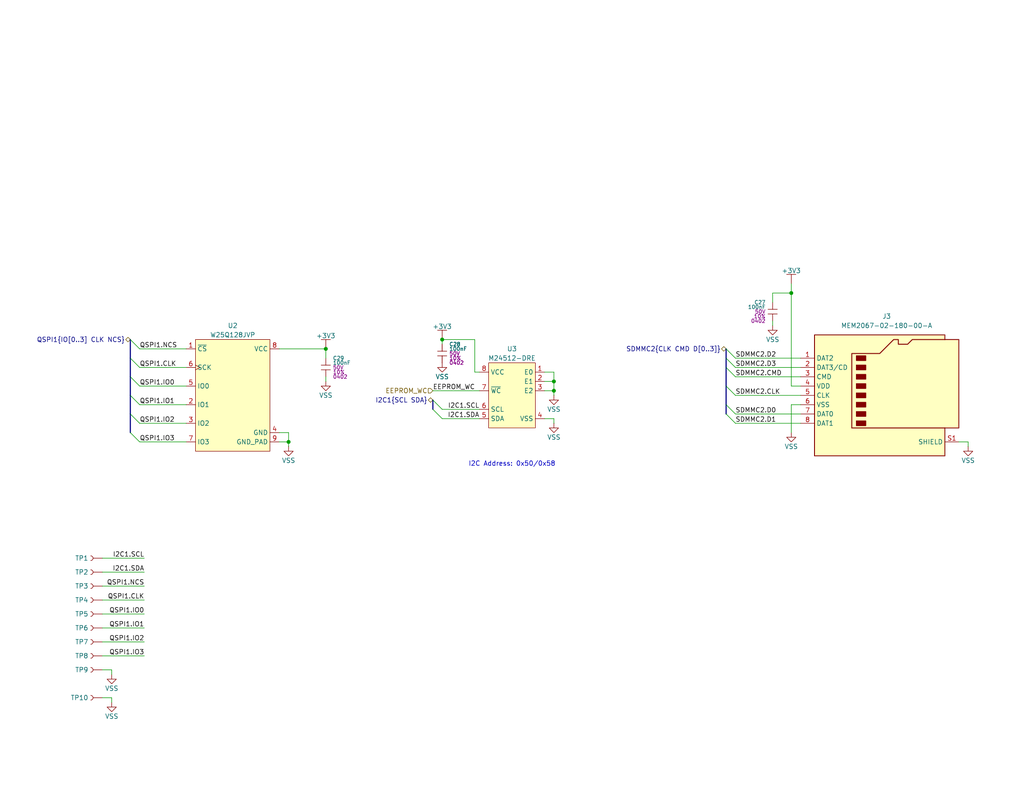
<source format=kicad_sch>
(kicad_sch (version 20250114) (generator "eeschema") (generator_version "9.0")
  (paper "USLetter")
  (title_block (title "Memory") (date "2025-03-31") (rev "1") (comment 2 "PROTOTYPE") (comment 3 "2025"))
  (lib_symbols
    (symbol "lib_pwr:+3V3" (power) (pin_numbers (hide yes)) (pin_names (offset 0) (hide yes))
      (property "Value" "+3V3" (at 0 3.556 0))
      (symbol "+3V3_0_1"
        (polyline (pts (xy -1.27 2.54) (xy 0 2.54)))
        (polyline (pts (xy 0 2.54) (xy 1.27 2.54)))
        (polyline (pts (xy 0 0) (xy 0 2.54)))
      )
      (symbol "+3V3_1_1"
        (pin power_in line (at 0 0 90) (length 0) (name "~") (number "1"))
      )
    )
    (symbol "lib_pwr:VSS" (power) (pin_numbers (hide yes)) (pin_names (offset 0) (hide yes))
      (property "Value" "VSS" (at 0 -3.81 0))
      (symbol "VSS_0_1"
        (polyline (pts (xy 0 0) (xy 0 -1.27) (xy 1.27 -1.27) (xy 0 -2.54) (xy -1.27 -1.27) (xy 0 -1.27)))
      )
      (symbol "VSS_1_1"
        (pin power_in line (at 0 0 270) (length 0) (name "~") (number "1"))
      )
    )
    (symbol "lib_sch:C" (pin_numbers (hide yes)) (pin_names (hide yes))
      (property "Reference" "C?" (at 1.905 2.54 0))
      (property "Value" "CAP" (at 1.905 1.27 0))
      (property "Tolerance" "TOL" (at 1.905 -1.27 0))
      (property "Voltage Rating" "VOLTAGE" (at 1.905 0 0))
      (property "Package" "PKG" (at 1.905 -2.54 0))
      (symbol "C_0_1"
        (polyline (pts (xy -1.27 0.635) (xy 1.27 0.635)))
        (polyline (pts (xy -1.27 -0.635) (xy 1.27 -0.635)))
      )
      (symbol "C_1_1"
        (pin passive line (at 0 2.54 270) (length 1.905) (name "") (number "1"))
        (pin passive line (at 0 -2.54 90) (length 1.905) (name "") (number "2"))
      )
    )
    (symbol "lib_sch:M24512-DRE"
      (property "Reference" "U?" (at 0 12.7 0))
      (property "Value" "M24512-DRE" (at 0 10.16 0))
      (symbol "M24512-DRE_0_0"
        (pin power_in line (at -8.89 6.35 0) (length 2.54) (name "VCC") (number "8"))
        (pin input line (at -8.89 1.27 0) (length 2.54) (name "~{WC}") (number "7"))
        (pin bidirectional line (at -8.89 -3.81 0) (length 2.54) (name "SCL") (number "6"))
        (pin bidirectional line (at -8.89 -6.35 0) (length 2.54) (name "SDA") (number "5"))
        (pin input line (at 8.89 6.35 180) (length 2.54) (name "E0") (number "1"))
        (pin input line (at 8.89 3.81 180) (length 2.54) (name "E1") (number "2"))
        (pin input line (at 8.89 1.27 180) (length 2.54) (name "E2") (number "3"))
      )
      (symbol "M24512-DRE_1_0"
        (pin power_in line (at 8.89 -6.35 180) (length 2.54) (name "VSS") (number "4"))
      )
      (symbol "M24512-DRE_1_1"
        (rectangle (start -6.35 8.89) (end 6.35 -8.89) (fill (type background)))
      )
    )
    (symbol "lib_sch:Testpoint" (pin_numbers (hide yes)) (pin_names (hide yes))
      (property "Reference" "TP" (at -1.27 0 0))
      (symbol "Testpoint_0_1"
        (arc (start -0.635 0.635) (mid 0 0) (end -0.635 -0.635))
      )
      (symbol "Testpoint_1_0"
        (pin passive line (at 2.54 0 180) (length 2.54) (name "") (number "1"))
      )
    )
    (symbol "lib_sch:W25Q128JVP"
      (property "Reference" "U?" (at 0 19.05 0))
      (property "Value" "W25Q128JVP" (at 0 16.51 0))
      (symbol "W25Q128JVP_0_0"
        (pin power_in line (at 12.7 12.7 180) (length 2.54) (name "VCC") (number "8"))
      )
      (symbol "W25Q128JVP_1_0"
        (pin input line (at -12.7 12.7 0) (length 2.54) (name "~{CS}") (number "1"))
        (pin input clock (at -12.7 7.62 0) (length 2.54) (name "SCK") (number "6"))
        (pin input line (at -12.7 2.54 0) (length 2.54) (name "DI") (number "5") (alternate "IO0" bidirectional line))
        (pin output line (at -12.7 -2.54 0) (length 2.54) (name "DO") (number "2") (alternate "IO1" bidirectional line))
        (pin input line (at -12.7 -7.62 0) (length 2.54) (name "~{WP}") (number "3") (alternate "IO2" bidirectional line))
        (pin input line (at -12.7 -12.7 0) (length 2.54) (name "~{HOLD}") (number "7") (alternate "IO3" bidirectional line))
        (pin power_in line (at 12.7 -10.16 180) (length 2.54) (name "GND") (number "4"))
        (pin power_in line (at 12.7 -12.7 180) (length 2.54) (name "GND_PAD") (number "9"))
      )
      (symbol "W25Q128JVP_1_1"
        (rectangle (start -10.16 15.24) (end 10.16 -15.24) (fill (type background)))
      )
    )
    (symbol "lib_sch:microSD"
      (property "Reference" "J13" (at 0.635 21.59 0))
      (property "Value" "MEM2067-02-180-00-A" (at 0.635 19.05 0))
      (symbol "microSD_0_1"
        (polyline (pts (xy -8.89 -8.89) (xy -8.89 11.43) (xy -1.27 11.43) (xy 2.54 15.24) (xy 3.81 15.24) (xy 3.81 13.97) (xy 6.35 13.97) (xy 7.62 15.24) (xy 20.32 15.24) (xy 20.32 -8.89) (xy -8.89 -8.89)) (stroke (width 0.254)) (fill (type background)))
        (rectangle (start -7.62 10.795) (end -5.08 9.525) (stroke (width 0.254)) (fill (type outline)))
        (rectangle (start -7.62 8.255) (end -5.08 6.985) (stroke (width 0.254)) (fill (type outline)))
        (rectangle (start -7.62 5.715) (end -5.08 4.445) (stroke (width 0.254)) (fill (type outline)))
        (rectangle (start -7.62 3.175) (end -5.08 1.905) (stroke (width 0.254)) (fill (type outline)))
        (rectangle (start -7.62 0.635) (end -5.08 -0.635) (stroke (width 0.254)) (fill (type outline)))
        (rectangle (start -7.62 -1.905) (end -5.08 -3.175) (stroke (width 0.254)) (fill (type outline)))
        (rectangle (start -7.62 -4.445) (end -5.08 -5.715) (stroke (width 0.254)) (fill (type outline)))
        (rectangle (start -7.62 -6.985) (end -5.08 -8.255) (stroke (width 0.254)) (fill (type outline)))
        (polyline (pts (xy 16.51 15.24) (xy 16.51 16.51) (xy -19.05 16.51) (xy -19.05 -16.51) (xy 16.51 -16.51) (xy 16.51 -8.89)) (stroke (width 0.254)) (fill (type background)))
      )
      (symbol "microSD_1_1"
        (pin bidirectional line (at -22.86 10.16 0) (length 3.81) (name "DAT2") (number "1"))
        (pin bidirectional line (at -22.86 7.62 0) (length 3.81) (name "DAT3/CD") (number "2"))
        (pin input line (at -22.86 5.08 0) (length 3.81) (name "CMD") (number "3"))
        (pin power_in line (at -22.86 2.54 0) (length 3.81) (name "VDD") (number "4"))
        (pin input line (at -22.86 0 0) (length 3.81) (name "CLK") (number "5"))
        (pin power_in line (at -22.86 -2.54 0) (length 3.81) (name "VSS") (number "6"))
        (pin bidirectional line (at -22.86 -5.08 0) (length 3.81) (name "DAT0") (number "7"))
        (pin bidirectional line (at -22.86 -7.62 0) (length 3.81) (name "DAT1") (number "8"))
        (pin passive line (at 20.32 -12.7 180) (length 3.81) (name "SHIELD") (number "S1"))
        (pin passive line (at 20.32 -12.7 180) (length 3.81) (hide yes) (name "SHIELD") (number "S2"))
        (pin passive line (at 20.32 -12.7 180) (length 3.81) (hide yes) (name "SHIELD") (number "S3"))
        (pin passive line (at 20.32 -12.7 180) (length 3.81) (hide yes) (name "SHIELD") (number "S4"))
      )
    )
  )
  (text "I2C Address: 0x50/0x58" (at 139.7 126.746 0) (effects (font (size 1.27 1.27) (thickness 0.1588))))
  (junction (at 215.9 80.01))
  (junction (at 78.74 120.65))
  (junction (at 151.13 104.14))
  (junction (at 120.65 92.71))
  (junction (at 151.13 106.68))
  (junction (at 88.9 95.25))
  (bus_entry (at 35.56 92.71) (size 2.54 2.54))
  (bus_entry (at 198.12 100.33) (size 2.54 2.54))
  (bus_entry (at 35.56 97.79) (size 2.54 2.54))
  (bus_entry (at 198.12 113.03) (size 2.54 2.54))
  (bus_entry (at 198.12 105.41) (size 2.54 2.54))
  (bus_entry (at 120.65 114.3) (size -2.54 -2.54))
  (bus_entry (at 35.56 113.03) (size 2.54 2.54))
  (bus_entry (at 120.65 111.76) (size -2.54 -2.54))
  (bus_entry (at 35.56 102.87) (size 2.54 2.54))
  (bus_entry (at 198.12 110.49) (size 2.54 2.54))
  (bus_entry (at 35.56 107.95) (size 2.54 2.54))
  (bus_entry (at 35.56 118.11) (size 2.54 2.54))
  (bus_entry (at 198.12 95.25) (size 2.54 2.54))
  (bus_entry (at 198.12 97.79) (size 2.54 2.54))
  (wire (pts (xy 215.9 77.47) (xy 215.9 80.01)))
  (wire (pts (xy 39.37 156.21) (xy 27.94 156.21)))
  (wire (pts (xy 215.9 110.49) (xy 218.44 110.49)))
  (wire (pts (xy 38.1 115.57) (xy 50.8 115.57)))
  (wire (pts (xy 30.48 191.77) (xy 30.48 190.5)))
  (wire (pts (xy 148.59 101.6) (xy 151.13 101.6)))
  (wire (pts (xy 39.37 175.26) (xy 27.94 175.26)))
  (wire (pts (xy 120.65 92.71) (xy 120.65 93.98)))
  (wire (pts (xy 38.1 105.41) (xy 50.8 105.41)))
  (wire (pts (xy 200.66 115.57) (xy 218.44 115.57)))
  (wire (pts (xy 30.48 184.15) (xy 30.48 182.88)))
  (wire (pts (xy 264.16 121.92) (xy 264.16 120.65)))
  (wire (pts (xy 39.37 160.02) (xy 27.94 160.02)))
  (wire (pts (xy 148.59 104.14) (xy 151.13 104.14)))
  (wire (pts (xy 215.9 118.11) (xy 215.9 110.49)))
  (wire (pts (xy 78.74 118.11) (xy 78.74 120.65)))
  (wire (pts (xy 151.13 106.68) (xy 148.59 106.68)))
  (wire (pts (xy 39.37 163.83) (xy 27.94 163.83)))
  (wire (pts (xy 200.66 97.79) (xy 218.44 97.79)))
  (wire (pts (xy 120.65 92.71) (xy 129.54 92.71)))
  (wire (pts (xy 39.37 167.64) (xy 27.94 167.64)))
  (wire (pts (xy 200.66 113.03) (xy 218.44 113.03)))
  (wire (pts (xy 38.1 110.49) (xy 50.8 110.49)))
  (wire (pts (xy 39.37 152.4) (xy 27.94 152.4)))
  (bus (pts (xy 35.56 92.71) (xy 35.56 97.79)))
  (wire (pts (xy 38.1 120.65) (xy 50.8 120.65)))
  (wire (pts (xy 200.66 100.33) (xy 218.44 100.33)))
  (bus (pts (xy 198.12 110.49) (xy 198.12 113.03)))
  (bus (pts (xy 35.56 113.03) (xy 35.56 118.11)))
  (wire (pts (xy 76.2 118.11) (xy 78.74 118.11)))
  (wire (pts (xy 210.82 80.01) (xy 210.82 82.55)))
  (wire (pts (xy 130.81 111.76) (xy 120.65 111.76)))
  (wire (pts (xy 30.48 182.88) (xy 27.94 182.88)))
  (wire (pts (xy 30.48 190.5) (xy 27.94 190.5)))
  (wire (pts (xy 129.54 101.6) (xy 130.81 101.6)))
  (wire (pts (xy 130.81 114.3) (xy 120.65 114.3)))
  (bus (pts (xy 35.56 102.87) (xy 35.56 107.95)))
  (wire (pts (xy 264.16 120.65) (xy 261.62 120.65)))
  (bus (pts (xy 198.12 97.79) (xy 198.12 100.33)))
  (bus (pts (xy 198.12 100.33) (xy 198.12 105.41)))
  (wire (pts (xy 210.82 80.01) (xy 215.9 80.01)))
  (wire (pts (xy 151.13 104.14) (xy 151.13 106.68)))
  (wire (pts (xy 151.13 115.57) (xy 151.13 114.3)))
  (wire (pts (xy 88.9 102.87) (xy 88.9 104.14)))
  (wire (pts (xy 38.1 100.33) (xy 50.8 100.33)))
  (wire (pts (xy 151.13 107.95) (xy 151.13 106.68)))
  (wire (pts (xy 118.11 106.68) (xy 130.81 106.68)))
  (bus (pts (xy 118.11 111.76) (xy 118.11 109.22)))
  (wire (pts (xy 129.54 92.71) (xy 129.54 101.6)))
  (wire (pts (xy 88.9 95.25) (xy 88.9 97.79)))
  (bus (pts (xy 198.12 95.25) (xy 198.12 97.79)))
  (wire (pts (xy 151.13 101.6) (xy 151.13 104.14)))
  (wire (pts (xy 39.37 179.07) (xy 27.94 179.07)))
  (bus (pts (xy 35.56 97.79) (xy 35.56 102.87)))
  (wire (pts (xy 38.1 95.25) (xy 50.8 95.25)))
  (wire (pts (xy 76.2 95.25) (xy 88.9 95.25)))
  (bus (pts (xy 35.56 107.95) (xy 35.56 113.03)))
  (bus (pts (xy 198.12 105.41) (xy 198.12 110.49)))
  (wire (pts (xy 210.82 87.63) (xy 210.82 88.9)))
  (wire (pts (xy 200.66 102.87) (xy 218.44 102.87)))
  (wire (pts (xy 200.66 107.95) (xy 218.44 107.95)))
  (wire (pts (xy 78.74 121.92) (xy 78.74 120.65)))
  (wire (pts (xy 215.9 105.41) (xy 218.44 105.41)))
  (wire (pts (xy 151.13 114.3) (xy 148.59 114.3)))
  (wire (pts (xy 39.37 171.45) (xy 27.94 171.45)))
  (wire (pts (xy 76.2 120.65) (xy 78.74 120.65)))
  (wire (pts (xy 215.9 80.01) (xy 215.9 105.41)))
  (label "QSPI1.IO3" (at 38.1 120.65 0))
  (label "QSPI1.IO2" (at 39.37 175.26 180))
  (label "SDMMC2.D0" (at 200.66 113.03 0))
  (label "QSPI1.CLK" (at 38.1 100.33 0))
  (label "I2C1.SDA" (at 130.81 114.3 180))
  (label "QSPI1.IO2" (at 38.1 115.57 0))
  (label "QSPI1.NCS" (at 38.1 95.25 0))
  (label "QSPI1.CLK" (at 39.37 163.83 180))
  (label "SDMMC2.D1" (at 200.66 115.57 0))
  (label "SDMMC2.CMD" (at 200.66 102.87 0))
  (label "QSPI1.IO0" (at 38.1 105.41 0))
  (label "QSPI1.IO3" (at 39.37 179.07 180))
  (label "SDMMC2.CLK" (at 200.66 107.95 0))
  (label "QSPI1.IO1" (at 39.37 171.45 180))
  (label "QSPI1.IO1" (at 38.1 110.49 0))
  (label "I2C1.SDA" (at 39.37 156.21 180))
  (label "I2C1.SCL" (at 130.81 111.76 180))
  (label "EEPROM_WC" (at 118.11 106.68 0))
  (label "QSPI1.NCS" (at 39.37 160.02 180))
  (label "QSPI1.IO0" (at 39.37 167.64 180))
  (label "SDMMC2.D3" (at 200.66 100.33 0))
  (label "I2C1.SCL" (at 39.37 152.4 180))
  (label "SDMMC2.D2" (at 200.66 97.79 0))
  (hierarchical_label "I2C1{SCL SDA}" (shape bidirectional) (at 118.11 109.22 180))
  (hierarchical_label "EEPROM_WC" (shape input) (at 118.11 106.68 180))
  (hierarchical_label "QSPI1{IO[0..3] CLK NCS}" (shape bidirectional) (at 35.56 92.71 180))
  (hierarchical_label "SDMMC2{CLK CMD D[0..3]}" (shape bidirectional) (at 198.12 95.25 180))
  (symbol (lib_id "lib_pwr:+3V3") (at 88.9 95.25 0) (unit 1)
    (property "Reference" "#PWR065" (effects (hide yes)))
    (property "Value" "+3V3" (at 88.9 91.694 0))
  )
  (symbol (lib_id "lib_pwr:+3V3") (at 120.65 92.71 0) (unit 1)
    (property "Reference" "#PWR064" (effects (hide yes)))
    (property "Value" "+3V3" (at 120.65 89.154 0))
  )
  (symbol (lib_id "lib_sch:microSD") (at 241.3 107.95 0) (unit 1)
    (property "Reference" "J3" (at 241.935 86.36 0))
    (property "Value" "MEM2067-02-180-00-A" (at 241.935 88.9 0))
    (property "Footprint" "lib_connectors:MEM2067-02-180-00-A" (effects (hide yes)))
    (property "Datasheet" "datasheets/GCT-MEM2067.pdf" (effects (hide yes)))
    (property "Description" "Micro SD Card Socket with two card detection pins" (effects (hide yes)))
    (property "Manufacturer" "GCT" (effects (hide yes)))
    (property "MPN" "MEM2067-02-180-00-A" (effects (hide yes)))
    (property "DKPN" "2073-MEM2067-02-180-00-ACT-ND" (effects (hide yes)))
  )
  (symbol (lib_id "lib_sch:C") (at 210.82 85.09 0) (mirror y) (unit 1)
    (property "Reference" "C27" (at 208.915 82.55 0) (effects (font (size 1.016 1.016)) (justify left)))
    (property "Value" "100nF" (at 208.915 83.82 0) (effects (font (size 1.016 1.016)) (justify left)))
    (property "Footprint" "lib_passives:GCM0402" (effects (hide yes)))
    (property "Datasheet" "datasheets/Murata-Electronics-GRT155R71H104KE01.pdf" (effects (hide yes)))
    (property "Description" "CAP CER 0.1UF 50V X7R 0402" (effects (hide yes)))
    (property "Manufacturer" "Murata Electronics" (effects (hide yes)))
    (property "MPN" "GRT155R71H104KE01D" (effects (hide yes)))
    (property "DKPN" "490-GRT155R71H104KE01DCT-ND" (effects (hide yes)))
    (property "Tolerance" "10%" (at 208.915 86.36 0) (effects (font (size 1.016 1.016)) (justify left)))
    (property "Voltage Rating" "50V" (at 208.915 85.09 0) (effects (font (size 1.016 1.016)) (justify left)))
    (property "Package" "0402" (at 208.915 87.63 0) (effects (font (size 1.016 1.016)) (justify left)))
  )
  (symbol (lib_id "lib_sch:Testpoint") (at 25.4 182.88 0) (unit 1)
    (property "Reference" "TP9" (at 24.13 182.88 0) (effects (justify right)))
    (property "Value" "RCWCTE" (effects (hide yes)))
    (property "Footprint" "lib_misc:TP_RCW" (effects (hide yes)))
    (property "Datasheet" "datasheets/KOA-RC-Series.pdf" (effects (hide yes)))
    (property "Description" "PC TEST POINT" (effects (hide yes)))
    (property "Manufacturer" "KOA Speer Electronics, Inc." (effects (hide yes)))
    (property "MPN" "RCWCTE" (effects (hide yes)))
    (property "DKPN" "2019-RCWCTECT-ND" (effects (hide yes)))
  )
  (symbol (lib_id "lib_pwr:VSS") (at 264.16 121.92 0) (unit 1)
    (property "Reference" "#PWR072" (effects (hide yes)))
    (property "Value" "VSS" (at 264.16 125.73 0))
  )
  (symbol (lib_id "lib_sch:Testpoint") (at 25.4 190.5 0) (unit 1)
    (property "Reference" "TP10" (at 24.13 190.5 0) (effects (justify right)))
    (property "Value" "RCWCTE" (effects (hide yes)))
    (property "Footprint" "lib_misc:TP_RCW" (effects (hide yes)))
    (property "Datasheet" "datasheets/KOA-RC-Series.pdf" (effects (hide yes)))
    (property "Description" "PC TEST POINT" (effects (hide yes)))
    (property "Manufacturer" "KOA Speer Electronics, Inc." (effects (hide yes)))
    (property "MPN" "RCWCTE" (effects (hide yes)))
    (property "DKPN" "2019-RCWCTECT-ND" (effects (hide yes)))
  )
  (symbol (lib_id "lib_sch:Testpoint") (at 25.4 156.21 0) (unit 1) (in_bom no)
    (property "Reference" "TP2" (at 24.13 156.21 0) (effects (justify right)))
    (property "Footprint" "lib_misc:TP_2mm" (effects (hide yes)))
    (property "Manufacturer" "N/A" (effects (hide yes)))
    (property "MPN" "N/A" (effects (hide yes)))
    (property "DKPN" "N/A" (effects (hide yes)))
  )
  (symbol (lib_id "lib_pwr:VSS") (at 215.9 118.11 0) (unit 1)
    (property "Reference" "#PWR070" (effects (hide yes)))
    (property "Value" "VSS" (at 215.9 121.92 0))
  )
  (symbol (lib_id "lib_sch:C") (at 120.65 96.52 0) (unit 1)
    (property "Reference" "C28" (at 122.555 93.98 0) (effects (font (size 1.016 1.016)) (justify left)))
    (property "Value" "100nF" (at 122.555 95.25 0) (effects (font (size 1.016 1.016)) (justify left)))
    (property "Footprint" "lib_passives:GCM0402" (effects (hide yes)))
    (property "Datasheet" "datasheets/Murata-Electronics-GRT155R71H104KE01.pdf" (effects (hide yes)))
    (property "Description" "CAP CER 0.1UF 50V X7R 0402" (effects (hide yes)))
    (property "Manufacturer" "Murata Electronics" (effects (hide yes)))
    (property "MPN" "GRT155R71H104KE01D" (effects (hide yes)))
    (property "DKPN" "490-GRT155R71H104KE01DCT-ND" (effects (hide yes)))
    (property "Tolerance" "10%" (at 122.555 97.79 0) (effects (font (size 1.016 1.016)) (justify left)))
    (property "Voltage Rating" "50V" (at 122.555 96.52 0) (effects (font (size 1.016 1.016)) (justify left)))
    (property "Package" "0402" (at 122.555 99.06 0) (effects (font (size 1.016 1.016)) (justify left)))
  )
  (symbol (lib_id "lib_sch:Testpoint") (at 25.4 179.07 0) (unit 1) (in_bom no)
    (property "Reference" "TP8" (at 24.13 179.07 0) (effects (justify right)))
    (property "Footprint" "lib_misc:TP_2mm" (effects (hide yes)))
    (property "Manufacturer" "N/A" (effects (hide yes)))
    (property "MPN" "N/A" (effects (hide yes)))
    (property "DKPN" "N/A" (effects (hide yes)))
  )
  (symbol (lib_id "lib_sch:C") (at 88.9 100.33 0) (unit 1)
    (property "Reference" "C29" (at 90.805 97.79 0) (effects (font (size 1.016 1.016)) (justify left)))
    (property "Value" "100nF" (at 90.805 99.06 0) (effects (font (size 1.016 1.016)) (justify left)))
    (property "Footprint" "lib_passives:GCM0402" (effects (hide yes)))
    (property "Datasheet" "datasheets/Murata-Electronics-GRT155R71H104KE01.pdf" (effects (hide yes)))
    (property "Description" "CAP CER 0.1UF 50V X7R 0402" (effects (hide yes)))
    (property "Manufacturer" "Murata Electronics" (effects (hide yes)))
    (property "MPN" "GRT155R71H104KE01D" (effects (hide yes)))
    (property "DKPN" "490-GRT155R71H104KE01DCT-ND" (effects (hide yes)))
    (property "Tolerance" "10%" (at 90.805 101.6 0) (effects (font (size 1.016 1.016)) (justify left)))
    (property "Voltage Rating" "50V" (at 90.805 100.33 0) (effects (font (size 1.016 1.016)) (justify left)))
    (property "Package" "0402" (at 90.805 102.87 0) (effects (font (size 1.016 1.016)) (justify left)))
  )
  (symbol (lib_id "lib_sch:Testpoint") (at 25.4 171.45 0) (unit 1) (in_bom no)
    (property "Reference" "TP6" (at 24.13 171.45 0) (effects (justify right)))
    (property "Footprint" "lib_misc:TP_2mm" (effects (hide yes)))
    (property "Manufacturer" "N/A" (effects (hide yes)))
    (property "MPN" "N/A" (effects (hide yes)))
    (property "DKPN" "N/A" (effects (hide yes)))
  )
  (symbol (lib_id "lib_sch:W25Q128JVP") (at 63.5 107.95 0) (unit 1)
    (property "Reference" "U2" (at 63.5 88.9 0))
    (property "Value" "W25Q128JVP" (at 63.5 91.44 0))
    (property "Footprint" "lib_ICs:WFDFN8P127_600X500X75L60X40N" (effects (hide yes)))
    (property "Datasheet" "datasheets/Windbond-W25Q128JV.pdf" (effects (hide yes)))
    (property "Description" "FLASH - NOR Memory IC 128Mbit SPI - Quad I/O, QPI 133 MHz 8-WSON (6x5)" (effects (hide yes)))
    (property "Manufacturer" "Winbond Electronics" (effects (hide yes)))
    (property "MPN" "W25Q128JVPIQ" (effects (hide yes)))
    (property "DKPN" "W25Q128JVPIQ-ND" (effects (hide yes)))
    (pin "7" (alternate "IO3"))
    (pin "5" (alternate "IO0"))
    (pin "2" (alternate "IO1"))
    (pin "3" (alternate "IO2"))
  )
  (symbol (lib_id "lib_pwr:VSS") (at 88.9 104.14 0) (unit 1)
    (property "Reference" "#PWR067" (effects (hide yes)))
    (property "Value" "VSS" (at 88.9 107.95 0))
  )
  (symbol (lib_id "lib_sch:Testpoint") (at 25.4 175.26 0) (unit 1) (in_bom no)
    (property "Reference" "TP7" (at 24.13 175.26 0) (effects (justify right)))
    (property "Footprint" "lib_misc:TP_2mm" (effects (hide yes)))
    (property "Manufacturer" "N/A" (effects (hide yes)))
    (property "MPN" "N/A" (effects (hide yes)))
    (property "DKPN" "N/A" (effects (hide yes)))
  )
  (symbol (lib_id "lib_pwr:VSS") (at 30.48 184.15 0) (unit 1)
    (property "Reference" "#PWR073" (effects (hide yes)))
    (property "Value" "VSS" (at 30.48 187.96 0))
  )
  (symbol (lib_id "lib_sch:Testpoint") (at 25.4 160.02 0) (unit 1) (in_bom no)
    (property "Reference" "TP3" (at 24.13 160.02 0) (effects (justify right)))
    (property "Footprint" "lib_misc:TP_2mm" (effects (hide yes)))
    (property "Manufacturer" "N/A" (effects (hide yes)))
    (property "MPN" "N/A" (effects (hide yes)))
    (property "DKPN" "N/A" (effects (hide yes)))
  )
  (symbol (lib_id "lib_sch:M24512-DRE") (at 139.7 107.95 0) (unit 1)
    (property "Reference" "U3" (at 139.7 95.25 0))
    (property "Value" "M24512-DRE" (at 139.7 97.79 0))
    (property "Footprint" "lib_ICs:SOIC127P600x175-8" (effects (hide yes)))
    (property "Datasheet" "datasheets/ST-M24512-DRE.pdf" (effects (hide yes)))
    (property "Description" "512-Kbit serial I²C bus EEPROM" (effects (hide yes)))
    (property "Manufacturer" "STMicroelectronics" (effects (hide yes)))
    (property "MPN" "M24512-DRMN8TP/K" (effects (hide yes)))
    (property "DKPN" "497-15341-1-ND" (effects (hide yes)))
  )
  (symbol (lib_id "lib_pwr:VSS") (at 151.13 115.57 0) (unit 1)
    (property "Reference" "#PWR069" (effects (hide yes)))
    (property "Value" "VSS" (at 151.13 119.38 0))
  )
  (symbol (lib_id "lib_pwr:VSS") (at 210.82 88.9 0) (unit 1)
    (property "Reference" "#PWR063" (effects (hide yes)))
    (property "Value" "VSS" (at 210.82 92.71 0))
  )
  (symbol (lib_id "lib_pwr:+3V3") (at 215.9 77.47 0) (unit 1)
    (property "Reference" "#PWR062" (effects (hide yes)))
    (property "Value" "+3V3" (at 215.9 73.914 0))
  )
  (symbol (lib_id "lib_sch:Testpoint") (at 25.4 163.83 0) (unit 1) (in_bom no)
    (property "Reference" "TP4" (at 24.13 163.83 0) (effects (justify right)))
    (property "Footprint" "lib_misc:TP_2mm" (effects (hide yes)))
    (property "Manufacturer" "N/A" (effects (hide yes)))
    (property "MPN" "N/A" (effects (hide yes)))
    (property "DKPN" "N/A" (effects (hide yes)))
  )
  (symbol (lib_id "lib_sch:Testpoint") (at 25.4 152.4 0) (unit 1) (in_bom no)
    (property "Reference" "TP1" (at 24.13 152.4 0) (effects (justify right)))
    (property "Footprint" "lib_misc:TP_2mm" (effects (hide yes)))
    (property "Manufacturer" "N/A" (effects (hide yes)))
    (property "MPN" "N/A" (effects (hide yes)))
    (property "DKPN" "N/A" (effects (hide yes)))
  )
  (symbol (lib_id "lib_pwr:VSS") (at 30.48 191.77 0) (unit 1)
    (property "Reference" "#PWR074" (effects (hide yes)))
    (property "Value" "VSS" (at 30.48 195.58 0))
  )
  (symbol (lib_id "lib_pwr:VSS") (at 78.74 121.92 0) (unit 1)
    (property "Reference" "#PWR071" (effects (hide yes)))
    (property "Value" "VSS" (at 78.74 125.73 0))
  )
  (symbol (lib_id "lib_sch:Testpoint") (at 25.4 167.64 0) (unit 1) (in_bom no)
    (property "Reference" "TP5" (at 24.13 167.64 0) (effects (justify right)))
    (property "Footprint" "lib_misc:TP_2mm" (effects (hide yes)))
    (property "Manufacturer" "N/A" (effects (hide yes)))
    (property "MPN" "N/A" (effects (hide yes)))
    (property "DKPN" "N/A" (effects (hide yes)))
  )
  (symbol (lib_id "lib_pwr:VSS") (at 151.13 107.95 0) (unit 1)
    (property "Reference" "#PWR068" (effects (hide yes)))
    (property "Value" "VSS" (at 151.13 111.76 0))
  )
  (symbol (lib_id "lib_pwr:VSS") (at 120.65 99.06 0) (unit 1)
    (property "Reference" "#PWR066" (effects (hide yes)))
    (property "Value" "VSS" (at 120.65 102.87 0))
  )
)
</source>
